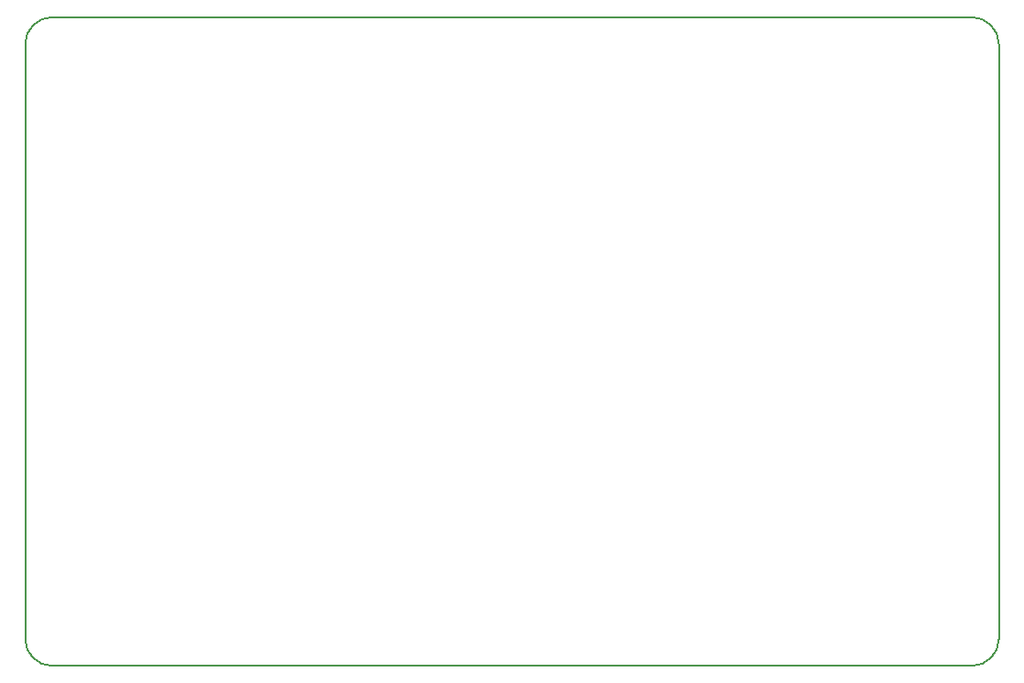
<source format=gm1>
%FSLAX44Y44*%
%MOMM*%
G71*
G01*
G75*
G04 Layer_Color=16711935*
%ADD10C,1.0000*%
G04:AMPARAMS|DCode=11|XSize=0.9mm|YSize=0.6mm|CornerRadius=0.15mm|HoleSize=0mm|Usage=FLASHONLY|Rotation=90.000|XOffset=0mm|YOffset=0mm|HoleType=Round|Shape=RoundedRectangle|*
%AMROUNDEDRECTD11*
21,1,0.9000,0.3000,0,0,90.0*
21,1,0.6000,0.6000,0,0,90.0*
1,1,0.3000,0.1500,0.3000*
1,1,0.3000,0.1500,-0.3000*
1,1,0.3000,-0.1500,-0.3000*
1,1,0.3000,-0.1500,0.3000*
%
%ADD11ROUNDEDRECTD11*%
G04:AMPARAMS|DCode=12|XSize=1.4mm|YSize=0.9mm|CornerRadius=0.225mm|HoleSize=0mm|Usage=FLASHONLY|Rotation=0.000|XOffset=0mm|YOffset=0mm|HoleType=Round|Shape=RoundedRectangle|*
%AMROUNDEDRECTD12*
21,1,1.4000,0.4500,0,0,0.0*
21,1,0.9500,0.9000,0,0,0.0*
1,1,0.4500,0.4750,-0.2250*
1,1,0.4500,-0.4750,-0.2250*
1,1,0.4500,-0.4750,0.2250*
1,1,0.4500,0.4750,0.2250*
%
%ADD12ROUNDEDRECTD12*%
%ADD13R,1.5700X1.8800*%
%ADD14O,1.6500X0.3000*%
%ADD15R,1.6500X0.3000*%
%ADD16R,0.5000X0.5000*%
%ADD17O,0.8000X0.2500*%
%ADD18O,0.2500X0.8000*%
%ADD19R,0.2500X0.8000*%
G04:AMPARAMS|DCode=20|XSize=0.9mm|YSize=0.6mm|CornerRadius=0.15mm|HoleSize=0mm|Usage=FLASHONLY|Rotation=0.000|XOffset=0mm|YOffset=0mm|HoleType=Round|Shape=RoundedRectangle|*
%AMROUNDEDRECTD20*
21,1,0.9000,0.3000,0,0,0.0*
21,1,0.6000,0.6000,0,0,0.0*
1,1,0.3000,0.3000,-0.1500*
1,1,0.3000,-0.3000,-0.1500*
1,1,0.3000,-0.3000,0.1500*
1,1,0.3000,0.3000,0.1500*
%
%ADD20ROUNDEDRECTD20*%
G04:AMPARAMS|DCode=21|XSize=1.4mm|YSize=0.9mm|CornerRadius=0.225mm|HoleSize=0mm|Usage=FLASHONLY|Rotation=90.000|XOffset=0mm|YOffset=0mm|HoleType=Round|Shape=RoundedRectangle|*
%AMROUNDEDRECTD21*
21,1,1.4000,0.4500,0,0,90.0*
21,1,0.9500,0.9000,0,0,90.0*
1,1,0.4500,0.2250,0.4750*
1,1,0.4500,0.2250,-0.4750*
1,1,0.4500,-0.2250,-0.4750*
1,1,0.4500,-0.2250,0.4750*
%
%ADD21ROUNDEDRECTD21*%
G04:AMPARAMS|DCode=22|XSize=0.6mm|YSize=0.45mm|CornerRadius=0.1125mm|HoleSize=0mm|Usage=FLASHONLY|Rotation=270.000|XOffset=0mm|YOffset=0mm|HoleType=Round|Shape=RoundedRectangle|*
%AMROUNDEDRECTD22*
21,1,0.6000,0.2250,0,0,270.0*
21,1,0.3750,0.4500,0,0,270.0*
1,1,0.2250,-0.1125,-0.1875*
1,1,0.2250,-0.1125,0.1875*
1,1,0.2250,0.1125,0.1875*
1,1,0.2250,0.1125,-0.1875*
%
%ADD22ROUNDEDRECTD22*%
G04:AMPARAMS|DCode=23|XSize=0.6mm|YSize=0.45mm|CornerRadius=0.1125mm|HoleSize=0mm|Usage=FLASHONLY|Rotation=180.000|XOffset=0mm|YOffset=0mm|HoleType=Round|Shape=RoundedRectangle|*
%AMROUNDEDRECTD23*
21,1,0.6000,0.2250,0,0,180.0*
21,1,0.3750,0.4500,0,0,180.0*
1,1,0.2250,-0.1875,0.1125*
1,1,0.2250,0.1875,0.1125*
1,1,0.2250,0.1875,-0.1125*
1,1,0.2250,-0.1875,-0.1125*
%
%ADD23ROUNDEDRECTD23*%
G04:AMPARAMS|DCode=24|XSize=2.7mm|YSize=1.6mm|CornerRadius=0.4mm|HoleSize=0mm|Usage=FLASHONLY|Rotation=180.000|XOffset=0mm|YOffset=0mm|HoleType=Round|Shape=RoundedRectangle|*
%AMROUNDEDRECTD24*
21,1,2.7000,0.8000,0,0,180.0*
21,1,1.9000,1.6000,0,0,180.0*
1,1,0.8000,-0.9500,0.4000*
1,1,0.8000,0.9500,0.4000*
1,1,0.8000,0.9500,-0.4000*
1,1,0.8000,-0.9500,-0.4000*
%
%ADD24ROUNDEDRECTD24*%
G04:AMPARAMS|DCode=25|XSize=1.4mm|YSize=1.2mm|CornerRadius=0.18mm|HoleSize=0mm|Usage=FLASHONLY|Rotation=90.000|XOffset=0mm|YOffset=0mm|HoleType=Round|Shape=RoundedRectangle|*
%AMROUNDEDRECTD25*
21,1,1.4000,0.8400,0,0,90.0*
21,1,1.0400,1.2000,0,0,90.0*
1,1,0.3600,0.4200,0.5200*
1,1,0.3600,0.4200,-0.5200*
1,1,0.3600,-0.4200,-0.5200*
1,1,0.3600,-0.4200,0.5200*
%
%ADD25ROUNDEDRECTD25*%
G04:AMPARAMS|DCode=26|XSize=0.9mm|YSize=0.7mm|CornerRadius=0.175mm|HoleSize=0mm|Usage=FLASHONLY|Rotation=180.000|XOffset=0mm|YOffset=0mm|HoleType=Round|Shape=RoundedRectangle|*
%AMROUNDEDRECTD26*
21,1,0.9000,0.3500,0,0,180.0*
21,1,0.5500,0.7000,0,0,180.0*
1,1,0.3500,-0.2750,0.1750*
1,1,0.3500,0.2750,0.1750*
1,1,0.3500,0.2750,-0.1750*
1,1,0.3500,-0.2750,-0.1750*
%
%ADD26ROUNDEDRECTD26*%
G04:AMPARAMS|DCode=27|XSize=0.9mm|YSize=0.7mm|CornerRadius=0.175mm|HoleSize=0mm|Usage=FLASHONLY|Rotation=90.000|XOffset=0mm|YOffset=0mm|HoleType=Round|Shape=RoundedRectangle|*
%AMROUNDEDRECTD27*
21,1,0.9000,0.3500,0,0,90.0*
21,1,0.5500,0.7000,0,0,90.0*
1,1,0.3500,0.1750,0.2750*
1,1,0.3500,0.1750,-0.2750*
1,1,0.3500,-0.1750,-0.2750*
1,1,0.3500,-0.1750,0.2750*
%
%ADD27ROUNDEDRECTD27*%
G04:AMPARAMS|DCode=28|XSize=0.5mm|YSize=0.66mm|CornerRadius=0.125mm|HoleSize=0mm|Usage=FLASHONLY|Rotation=270.000|XOffset=0mm|YOffset=0mm|HoleType=Round|Shape=RoundedRectangle|*
%AMROUNDEDRECTD28*
21,1,0.5000,0.4100,0,0,270.0*
21,1,0.2500,0.6600,0,0,270.0*
1,1,0.2500,-0.2050,-0.1250*
1,1,0.2500,-0.2050,0.1250*
1,1,0.2500,0.2050,0.1250*
1,1,0.2500,0.2050,-0.1250*
%
%ADD28ROUNDEDRECTD28*%
%ADD29R,1.4000X1.4000*%
%ADD30R,1.2000X1.4000*%
G04:AMPARAMS|DCode=31|XSize=2.65mm|YSize=7.3mm|CornerRadius=0.6625mm|HoleSize=0mm|Usage=FLASHONLY|Rotation=0.000|XOffset=0mm|YOffset=0mm|HoleType=Round|Shape=RoundedRectangle|*
%AMROUNDEDRECTD31*
21,1,2.6500,5.9750,0,0,0.0*
21,1,1.3250,7.3000,0,0,0.0*
1,1,1.3250,0.6625,-2.9875*
1,1,1.3250,-0.6625,-2.9875*
1,1,1.3250,-0.6625,2.9875*
1,1,1.3250,0.6625,2.9875*
%
%ADD31ROUNDEDRECTD31*%
G04:AMPARAMS|DCode=32|XSize=2.7mm|YSize=1.6mm|CornerRadius=0.4mm|HoleSize=0mm|Usage=FLASHONLY|Rotation=270.000|XOffset=0mm|YOffset=0mm|HoleType=Round|Shape=RoundedRectangle|*
%AMROUNDEDRECTD32*
21,1,2.7000,0.8000,0,0,270.0*
21,1,1.9000,1.6000,0,0,270.0*
1,1,0.8000,-0.4000,-0.9500*
1,1,0.8000,-0.4000,0.9500*
1,1,0.8000,0.4000,0.9500*
1,1,0.8000,0.4000,-0.9500*
%
%ADD32ROUNDEDRECTD32*%
%ADD33R,1.9000X2.4000*%
G04:AMPARAMS|DCode=34|XSize=0.5mm|YSize=0.66mm|CornerRadius=0.125mm|HoleSize=0mm|Usage=FLASHONLY|Rotation=0.000|XOffset=0mm|YOffset=0mm|HoleType=Round|Shape=RoundedRectangle|*
%AMROUNDEDRECTD34*
21,1,0.5000,0.4100,0,0,0.0*
21,1,0.2500,0.6600,0,0,0.0*
1,1,0.2500,0.1250,-0.2050*
1,1,0.2500,-0.1250,-0.2050*
1,1,0.2500,-0.1250,0.2050*
1,1,0.2500,0.1250,0.2050*
%
%ADD34ROUNDEDRECTD34*%
%ADD35R,1.0160X1.0160*%
%ADD36R,2.0000X3.5000*%
%ADD37R,0.5000X2.2500*%
%ADD38R,2.0000X4.0000*%
%ADD39O,0.5000X2.4000*%
G04:AMPARAMS|DCode=40|XSize=0.5mm|YSize=2.4mm|CornerRadius=0.125mm|HoleSize=0mm|Usage=FLASHONLY|Rotation=0.000|XOffset=0mm|YOffset=0mm|HoleType=Round|Shape=RoundedRectangle|*
%AMROUNDEDRECTD40*
21,1,0.5000,2.1500,0,0,0.0*
21,1,0.2500,2.4000,0,0,0.0*
1,1,0.2500,0.1250,-1.0750*
1,1,0.2500,-0.1250,-1.0750*
1,1,0.2500,-0.1250,1.0750*
1,1,0.2500,0.1250,1.0750*
%
%ADD40ROUNDEDRECTD40*%
%ADD41O,2.7500X1.0000*%
%ADD42O,2.2000X0.6000*%
%ADD43R,2.2000X0.6000*%
%ADD44R,0.3048X0.3048*%
G04:AMPARAMS|DCode=45|XSize=0.3048mm|YSize=0.3048mm|CornerRadius=0.0762mm|HoleSize=0mm|Usage=FLASHONLY|Rotation=270.000|XOffset=0mm|YOffset=0mm|HoleType=Round|Shape=RoundedRectangle|*
%AMROUNDEDRECTD45*
21,1,0.3048,0.1524,0,0,270.0*
21,1,0.1524,0.3048,0,0,270.0*
1,1,0.1524,-0.0762,-0.0762*
1,1,0.1524,-0.0762,0.0762*
1,1,0.1524,0.0762,0.0762*
1,1,0.1524,0.0762,-0.0762*
%
%ADD45ROUNDEDRECTD45*%
%ADD46R,0.3500X0.8000*%
%ADD47O,0.3500X0.8000*%
%ADD48R,1.7500X1.5000*%
%ADD49O,0.3000X1.6500*%
%ADD50R,0.3000X1.6500*%
%ADD51R,1.8500X0.3500*%
%ADD52O,1.8500X0.3500*%
%ADD53O,0.2500X0.7000*%
%ADD54R,0.7000X0.2500*%
%ADD55O,0.7000X0.2500*%
%ADD56R,0.2500X0.7000*%
%ADD57R,0.3500X1.5000*%
%ADD58O,0.3500X1.5600*%
%ADD59O,0.3500X1.5000*%
%ADD60O,0.6000X2.2000*%
%ADD61R,0.6000X2.2000*%
%ADD62O,0.2800X0.8500*%
%ADD63R,3.3000X3.3000*%
%ADD64O,0.8500X0.2800*%
%ADD65R,0.2800X0.8500*%
%ADD66R,2.5000X2.5000*%
%ADD67R,0.5000X0.5000*%
%ADD68O,1.6000X0.3500*%
%ADD69R,1.6000X0.3500*%
%ADD70C,0.4000*%
%ADD71C,0.4500*%
%ADD72C,0.1500*%
%ADD73C,0.3000*%
%ADD74C,0.1000*%
%ADD75C,0.8000*%
%ADD76C,0.2000*%
%ADD77C,0.4000*%
%ADD78C,0.2500*%
%ADD79C,0.6000*%
%ADD80C,0.5000*%
%ADD81C,0.2540*%
%ADD82C,0.1999*%
%ADD83C,1.5240*%
%ADD84C,1.4000*%
%ADD85O,3.0200X1.6200*%
%ADD86C,0.8000*%
%ADD87C,1.2000*%
%ADD88C,2.5000*%
%ADD89C,3.2500*%
%ADD90C,1.5000*%
%ADD91C,0.3500*%
%ADD92C,0.6000*%
%ADD93C,4.4000*%
%ADD94C,1.0160*%
%ADD95C,1.8000*%
%ADD96C,2.6000*%
%ADD97O,3.1000X1.7000*%
%ADD98C,1.3000*%
%ADD99C,1.7000*%
%ADD100C,3.7500*%
%ADD101C,0.6500*%
%ADD102C,0.8000*%
%ADD103C,0.0800*%
%ADD104C,0.0870*%
%ADD105C,0.0750*%
%ADD106C,0.4500*%
%ADD107C,2.2000*%
%ADD108O,2.8000X1.4000*%
%ADD109O,0.5000X3.3000*%
%ADD110R,0.5000X3.3000*%
%ADD111R,1.4000X0.9000*%
G04:AMPARAMS|DCode=112|XSize=1.3mm|YSize=2.2mm|CornerRadius=0.325mm|HoleSize=0mm|Usage=FLASHONLY|Rotation=180.000|XOffset=0mm|YOffset=0mm|HoleType=Round|Shape=RoundedRectangle|*
%AMROUNDEDRECTD112*
21,1,1.3000,1.5500,0,0,180.0*
21,1,0.6500,2.2000,0,0,180.0*
1,1,0.6500,-0.3250,0.7750*
1,1,0.6500,0.3250,0.7750*
1,1,0.6500,0.3250,-0.7750*
1,1,0.6500,-0.3250,-0.7750*
%
%ADD112ROUNDEDRECTD112*%
%ADD113R,0.9000X1.4000*%
%ADD114O,3.3000X0.5000*%
%ADD115R,3.3000X0.5000*%
G04:AMPARAMS|DCode=116|XSize=1.8mm|YSize=1.2mm|CornerRadius=0.3mm|HoleSize=0mm|Usage=FLASHONLY|Rotation=0.000|XOffset=0mm|YOffset=0mm|HoleType=Round|Shape=RoundedRectangle|*
%AMROUNDEDRECTD116*
21,1,1.8000,0.6000,0,0,0.0*
21,1,1.2000,1.2000,0,0,0.0*
1,1,0.6000,0.6000,-0.3000*
1,1,0.6000,-0.6000,-0.3000*
1,1,0.6000,-0.6000,0.3000*
1,1,0.6000,0.6000,0.3000*
%
%ADD116ROUNDEDRECTD116*%
%ADD117C,0.3000*%
%ADD118C,0.5000*%
G04:AMPARAMS|DCode=119|XSize=0.5mm|YSize=1.54mm|CornerRadius=0.125mm|HoleSize=0mm|Usage=FLASHONLY|Rotation=180.000|XOffset=0mm|YOffset=0mm|HoleType=Round|Shape=RoundedRectangle|*
%AMROUNDEDRECTD119*
21,1,0.5000,1.2900,0,0,180.0*
21,1,0.2500,1.5400,0,0,180.0*
1,1,0.2500,-0.1250,0.6450*
1,1,0.2500,0.1250,0.6450*
1,1,0.2500,0.1250,-0.6450*
1,1,0.2500,-0.1250,-0.6450*
%
%ADD119ROUNDEDRECTD119*%
G04:AMPARAMS|DCode=120|XSize=1.22mm|YSize=1.82mm|CornerRadius=0.305mm|HoleSize=0mm|Usage=FLASHONLY|Rotation=180.000|XOffset=0mm|YOffset=0mm|HoleType=Round|Shape=RoundedRectangle|*
%AMROUNDEDRECTD120*
21,1,1.2200,1.2100,0,0,180.0*
21,1,0.6100,1.8200,0,0,180.0*
1,1,0.6100,-0.3050,0.6050*
1,1,0.6100,0.3050,0.6050*
1,1,0.6100,0.3050,-0.6050*
1,1,0.6100,-0.3050,-0.6050*
%
%ADD120ROUNDEDRECTD120*%
G04:AMPARAMS|DCode=121|XSize=1.22mm|YSize=1.82mm|CornerRadius=0.305mm|HoleSize=0mm|Usage=FLASHONLY|Rotation=90.000|XOffset=0mm|YOffset=0mm|HoleType=Round|Shape=RoundedRectangle|*
%AMROUNDEDRECTD121*
21,1,1.2200,1.2100,0,0,90.0*
21,1,0.6100,1.8200,0,0,90.0*
1,1,0.6100,0.6050,0.3050*
1,1,0.6100,0.6050,-0.3050*
1,1,0.6100,-0.6050,-0.3050*
1,1,0.6100,-0.6050,0.3050*
%
%ADD121ROUNDEDRECTD121*%
%ADD122R,0.8000X0.3500*%
%ADD123O,0.8000X0.3500*%
%ADD124R,1.5000X1.7500*%
%ADD125R,0.4000X0.4000*%
G04:AMPARAMS|DCode=126|XSize=2mm|YSize=2.8mm|CornerRadius=0.5mm|HoleSize=0mm|Usage=FLASHONLY|Rotation=270.000|XOffset=0mm|YOffset=0mm|HoleType=Round|Shape=RoundedRectangle|*
%AMROUNDEDRECTD126*
21,1,2.0000,1.8000,0,0,270.0*
21,1,1.0000,2.8000,0,0,270.0*
1,1,1.0000,-0.9000,-0.5000*
1,1,1.0000,-0.9000,0.5000*
1,1,1.0000,0.9000,0.5000*
1,1,1.0000,0.9000,-0.5000*
%
%ADD126ROUNDEDRECTD126*%
%ADD127O,0.3000X1.2000*%
%ADD128O,1.2000X0.3000*%
%ADD129R,1.2000X0.3000*%
%ADD130C,0.1250*%
%ADD131C,0.2032*%
%ADD132C,0.1524*%
%ADD133C,0.1519*%
%ADD134R,1.3000X1.3000*%
%ADD135R,0.9000X0.9000*%
%ADD136C,1.5000*%
G04:AMPARAMS|DCode=137|XSize=1.02mm|YSize=0.72mm|CornerRadius=0.21mm|HoleSize=0mm|Usage=FLASHONLY|Rotation=90.000|XOffset=0mm|YOffset=0mm|HoleType=Round|Shape=RoundedRectangle|*
%AMROUNDEDRECTD137*
21,1,1.0200,0.3000,0,0,90.0*
21,1,0.6000,0.7200,0,0,90.0*
1,1,0.4200,0.1500,0.3000*
1,1,0.4200,0.1500,-0.3000*
1,1,0.4200,-0.1500,-0.3000*
1,1,0.4200,-0.1500,0.3000*
%
%ADD137ROUNDEDRECTD137*%
G04:AMPARAMS|DCode=138|XSize=1.54mm|YSize=1.04mm|CornerRadius=0.295mm|HoleSize=0mm|Usage=FLASHONLY|Rotation=0.000|XOffset=0mm|YOffset=0mm|HoleType=Round|Shape=RoundedRectangle|*
%AMROUNDEDRECTD138*
21,1,1.5400,0.4500,0,0,0.0*
21,1,0.9500,1.0400,0,0,0.0*
1,1,0.5900,0.4750,-0.2250*
1,1,0.5900,-0.4750,-0.2250*
1,1,0.5900,-0.4750,0.2250*
1,1,0.5900,0.4750,0.2250*
%
%ADD138ROUNDEDRECTD138*%
%ADD139R,1.6700X1.9800*%
%ADD140O,1.7500X0.4000*%
%ADD141R,1.7500X0.4000*%
%ADD142R,0.6000X0.6000*%
%ADD143O,0.9200X0.3700*%
%ADD144O,0.3700X0.9200*%
%ADD145R,0.3700X0.9200*%
G04:AMPARAMS|DCode=146|XSize=1.02mm|YSize=0.72mm|CornerRadius=0.21mm|HoleSize=0mm|Usage=FLASHONLY|Rotation=0.000|XOffset=0mm|YOffset=0mm|HoleType=Round|Shape=RoundedRectangle|*
%AMROUNDEDRECTD146*
21,1,1.0200,0.3000,0,0,0.0*
21,1,0.6000,0.7200,0,0,0.0*
1,1,0.4200,0.3000,-0.1500*
1,1,0.4200,-0.3000,-0.1500*
1,1,0.4200,-0.3000,0.1500*
1,1,0.4200,0.3000,0.1500*
%
%ADD146ROUNDEDRECTD146*%
G04:AMPARAMS|DCode=147|XSize=1.54mm|YSize=1.04mm|CornerRadius=0.295mm|HoleSize=0mm|Usage=FLASHONLY|Rotation=90.000|XOffset=0mm|YOffset=0mm|HoleType=Round|Shape=RoundedRectangle|*
%AMROUNDEDRECTD147*
21,1,1.5400,0.4500,0,0,90.0*
21,1,0.9500,1.0400,0,0,90.0*
1,1,0.5900,0.2250,0.4750*
1,1,0.5900,0.2250,-0.4750*
1,1,0.5900,-0.2250,-0.4750*
1,1,0.5900,-0.2250,0.4750*
%
%ADD147ROUNDEDRECTD147*%
G04:AMPARAMS|DCode=148|XSize=0.7mm|YSize=0.55mm|CornerRadius=0.1625mm|HoleSize=0mm|Usage=FLASHONLY|Rotation=270.000|XOffset=0mm|YOffset=0mm|HoleType=Round|Shape=RoundedRectangle|*
%AMROUNDEDRECTD148*
21,1,0.7000,0.2250,0,0,270.0*
21,1,0.3750,0.5500,0,0,270.0*
1,1,0.3250,-0.1125,-0.1875*
1,1,0.3250,-0.1125,0.1875*
1,1,0.3250,0.1125,0.1875*
1,1,0.3250,0.1125,-0.1875*
%
%ADD148ROUNDEDRECTD148*%
G04:AMPARAMS|DCode=149|XSize=0.7mm|YSize=0.55mm|CornerRadius=0.1625mm|HoleSize=0mm|Usage=FLASHONLY|Rotation=180.000|XOffset=0mm|YOffset=0mm|HoleType=Round|Shape=RoundedRectangle|*
%AMROUNDEDRECTD149*
21,1,0.7000,0.2250,0,0,180.0*
21,1,0.3750,0.5500,0,0,180.0*
1,1,0.3250,-0.1875,0.1125*
1,1,0.3250,0.1875,0.1125*
1,1,0.3250,0.1875,-0.1125*
1,1,0.3250,-0.1875,-0.1125*
%
%ADD149ROUNDEDRECTD149*%
G04:AMPARAMS|DCode=150|XSize=2.8mm|YSize=1.7mm|CornerRadius=0.45mm|HoleSize=0mm|Usage=FLASHONLY|Rotation=180.000|XOffset=0mm|YOffset=0mm|HoleType=Round|Shape=RoundedRectangle|*
%AMROUNDEDRECTD150*
21,1,2.8000,0.8000,0,0,180.0*
21,1,1.9000,1.7000,0,0,180.0*
1,1,0.9000,-0.9500,0.4000*
1,1,0.9000,0.9500,0.4000*
1,1,0.9000,0.9500,-0.4000*
1,1,0.9000,-0.9500,-0.4000*
%
%ADD150ROUNDEDRECTD150*%
G04:AMPARAMS|DCode=151|XSize=1.5mm|YSize=1.3mm|CornerRadius=0.23mm|HoleSize=0mm|Usage=FLASHONLY|Rotation=90.000|XOffset=0mm|YOffset=0mm|HoleType=Round|Shape=RoundedRectangle|*
%AMROUNDEDRECTD151*
21,1,1.5000,0.8400,0,0,90.0*
21,1,1.0400,1.3000,0,0,90.0*
1,1,0.4600,0.4200,0.5200*
1,1,0.4600,0.4200,-0.5200*
1,1,0.4600,-0.4200,-0.5200*
1,1,0.4600,-0.4200,0.5200*
%
%ADD151ROUNDEDRECTD151*%
G04:AMPARAMS|DCode=152|XSize=1mm|YSize=0.8mm|CornerRadius=0.225mm|HoleSize=0mm|Usage=FLASHONLY|Rotation=180.000|XOffset=0mm|YOffset=0mm|HoleType=Round|Shape=RoundedRectangle|*
%AMROUNDEDRECTD152*
21,1,1.0000,0.3500,0,0,180.0*
21,1,0.5500,0.8000,0,0,180.0*
1,1,0.4500,-0.2750,0.1750*
1,1,0.4500,0.2750,0.1750*
1,1,0.4500,0.2750,-0.1750*
1,1,0.4500,-0.2750,-0.1750*
%
%ADD152ROUNDEDRECTD152*%
G04:AMPARAMS|DCode=153|XSize=1mm|YSize=0.8mm|CornerRadius=0.225mm|HoleSize=0mm|Usage=FLASHONLY|Rotation=90.000|XOffset=0mm|YOffset=0mm|HoleType=Round|Shape=RoundedRectangle|*
%AMROUNDEDRECTD153*
21,1,1.0000,0.3500,0,0,90.0*
21,1,0.5500,0.8000,0,0,90.0*
1,1,0.4500,0.1750,0.2750*
1,1,0.4500,0.1750,-0.2750*
1,1,0.4500,-0.1750,-0.2750*
1,1,0.4500,-0.1750,0.2750*
%
%ADD153ROUNDEDRECTD153*%
G04:AMPARAMS|DCode=154|XSize=0.6mm|YSize=0.76mm|CornerRadius=0.175mm|HoleSize=0mm|Usage=FLASHONLY|Rotation=270.000|XOffset=0mm|YOffset=0mm|HoleType=Round|Shape=RoundedRectangle|*
%AMROUNDEDRECTD154*
21,1,0.6000,0.4100,0,0,270.0*
21,1,0.2500,0.7600,0,0,270.0*
1,1,0.3500,-0.2050,-0.1250*
1,1,0.3500,-0.2050,0.1250*
1,1,0.3500,0.2050,0.1250*
1,1,0.3500,0.2050,-0.1250*
%
%ADD154ROUNDEDRECTD154*%
%ADD155R,1.5000X1.5000*%
%ADD156R,1.3000X1.5000*%
G04:AMPARAMS|DCode=157|XSize=2.75mm|YSize=7.4mm|CornerRadius=0.7125mm|HoleSize=0mm|Usage=FLASHONLY|Rotation=0.000|XOffset=0mm|YOffset=0mm|HoleType=Round|Shape=RoundedRectangle|*
%AMROUNDEDRECTD157*
21,1,2.7500,5.9750,0,0,0.0*
21,1,1.3250,7.4000,0,0,0.0*
1,1,1.4250,0.6625,-2.9875*
1,1,1.4250,-0.6625,-2.9875*
1,1,1.4250,-0.6625,2.9875*
1,1,1.4250,0.6625,2.9875*
%
%ADD157ROUNDEDRECTD157*%
G04:AMPARAMS|DCode=158|XSize=2.8mm|YSize=1.7mm|CornerRadius=0.45mm|HoleSize=0mm|Usage=FLASHONLY|Rotation=270.000|XOffset=0mm|YOffset=0mm|HoleType=Round|Shape=RoundedRectangle|*
%AMROUNDEDRECTD158*
21,1,2.8000,0.8000,0,0,270.0*
21,1,1.9000,1.7000,0,0,270.0*
1,1,0.9000,-0.4000,-0.9500*
1,1,0.9000,-0.4000,0.9500*
1,1,0.9000,0.4000,0.9500*
1,1,0.9000,0.4000,-0.9500*
%
%ADD158ROUNDEDRECTD158*%
%ADD159R,2.0000X2.5000*%
G04:AMPARAMS|DCode=160|XSize=0.6mm|YSize=0.76mm|CornerRadius=0.175mm|HoleSize=0mm|Usage=FLASHONLY|Rotation=0.000|XOffset=0mm|YOffset=0mm|HoleType=Round|Shape=RoundedRectangle|*
%AMROUNDEDRECTD160*
21,1,0.6000,0.4100,0,0,0.0*
21,1,0.2500,0.7600,0,0,0.0*
1,1,0.3500,0.1250,-0.2050*
1,1,0.3500,-0.1250,-0.2050*
1,1,0.3500,-0.1250,0.2050*
1,1,0.3500,0.1250,0.2050*
%
%ADD160ROUNDEDRECTD160*%
%ADD161R,1.1160X1.1160*%
%ADD162R,2.1000X3.6000*%
%ADD163R,0.6000X2.3500*%
%ADD164R,2.1000X4.1000*%
%ADD165O,0.6200X2.5200*%
G04:AMPARAMS|DCode=166|XSize=0.62mm|YSize=2.52mm|CornerRadius=0.185mm|HoleSize=0mm|Usage=FLASHONLY|Rotation=0.000|XOffset=0mm|YOffset=0mm|HoleType=Round|Shape=RoundedRectangle|*
%AMROUNDEDRECTD166*
21,1,0.6200,2.1500,0,0,0.0*
21,1,0.2500,2.5200,0,0,0.0*
1,1,0.3700,0.1250,-1.0750*
1,1,0.3700,-0.1250,-1.0750*
1,1,0.3700,-0.1250,1.0750*
1,1,0.3700,0.1250,1.0750*
%
%ADD166ROUNDEDRECTD166*%
%ADD167O,2.8500X1.1000*%
%ADD168O,2.3000X0.7000*%
%ADD169R,2.3000X0.7000*%
%ADD170R,0.4048X0.4048*%
G04:AMPARAMS|DCode=171|XSize=0.4048mm|YSize=0.4048mm|CornerRadius=0.1262mm|HoleSize=0mm|Usage=FLASHONLY|Rotation=270.000|XOffset=0mm|YOffset=0mm|HoleType=Round|Shape=RoundedRectangle|*
%AMROUNDEDRECTD171*
21,1,0.4048,0.1524,0,0,270.0*
21,1,0.1524,0.4048,0,0,270.0*
1,1,0.2524,-0.0762,-0.0762*
1,1,0.2524,-0.0762,0.0762*
1,1,0.2524,0.0762,0.0762*
1,1,0.2524,0.0762,-0.0762*
%
%ADD171ROUNDEDRECTD171*%
%ADD172R,0.4500X0.9000*%
%ADD173O,0.4500X0.9000*%
%ADD174R,1.8500X1.6000*%
%ADD175O,0.4000X1.7500*%
%ADD176R,0.4000X1.7500*%
%ADD177R,1.9500X0.4500*%
%ADD178O,1.9500X0.4500*%
%ADD179R,0.4500X1.6000*%
%ADD180O,0.4500X1.6600*%
%ADD181O,0.4500X1.6000*%
%ADD182O,0.7000X2.3000*%
%ADD183R,0.7000X2.3000*%
%ADD184O,0.3800X0.9500*%
%ADD185R,3.4000X3.4000*%
%ADD186O,0.9500X0.3800*%
%ADD187R,0.3800X0.9500*%
%ADD188R,2.6200X2.6200*%
%ADD189R,0.6000X0.6000*%
%ADD190O,1.7000X0.4500*%
%ADD191R,1.7000X0.4500*%
%ADD192C,0.5200*%
%ADD193C,0.5500*%
%ADD194C,1.6240*%
%ADD195C,0.1000*%
%ADD196O,3.1200X1.7200*%
%ADD197C,0.9000*%
%ADD198C,3.3500*%
%ADD199C,1.6000*%
%ADD200C,4.5000*%
%ADD201O,0.6200X3.4200*%
%ADD202R,0.6200X3.4200*%
%ADD203R,1.5200X1.0200*%
G04:AMPARAMS|DCode=204|XSize=1.4mm|YSize=2.3mm|CornerRadius=0.375mm|HoleSize=0mm|Usage=FLASHONLY|Rotation=180.000|XOffset=0mm|YOffset=0mm|HoleType=Round|Shape=RoundedRectangle|*
%AMROUNDEDRECTD204*
21,1,1.4000,1.5500,0,0,180.0*
21,1,0.6500,2.3000,0,0,180.0*
1,1,0.7500,-0.3250,0.7750*
1,1,0.7500,0.3250,0.7750*
1,1,0.7500,0.3250,-0.7750*
1,1,0.7500,-0.3250,-0.7750*
%
%ADD204ROUNDEDRECTD204*%
%ADD205R,1.0200X1.5200*%
%ADD206O,3.4200X0.6200*%
%ADD207R,3.4200X0.6200*%
G04:AMPARAMS|DCode=208|XSize=1.9mm|YSize=1.3mm|CornerRadius=0.35mm|HoleSize=0mm|Usage=FLASHONLY|Rotation=0.000|XOffset=0mm|YOffset=0mm|HoleType=Round|Shape=RoundedRectangle|*
%AMROUNDEDRECTD208*
21,1,1.9000,0.6000,0,0,0.0*
21,1,1.2000,1.3000,0,0,0.0*
1,1,0.7000,0.6000,-0.3000*
1,1,0.7000,-0.6000,-0.3000*
1,1,0.7000,-0.6000,0.3000*
1,1,0.7000,0.6000,0.3000*
%
%ADD208ROUNDEDRECTD208*%
G04:AMPARAMS|DCode=209|XSize=0.6mm|YSize=1.64mm|CornerRadius=0.175mm|HoleSize=0mm|Usage=FLASHONLY|Rotation=180.000|XOffset=0mm|YOffset=0mm|HoleType=Round|Shape=RoundedRectangle|*
%AMROUNDEDRECTD209*
21,1,0.6000,1.2900,0,0,180.0*
21,1,0.2500,1.6400,0,0,180.0*
1,1,0.3500,-0.1250,0.6450*
1,1,0.3500,0.1250,0.6450*
1,1,0.3500,0.1250,-0.6450*
1,1,0.3500,-0.1250,-0.6450*
%
%ADD209ROUNDEDRECTD209*%
G04:AMPARAMS|DCode=210|XSize=1.32mm|YSize=1.92mm|CornerRadius=0.355mm|HoleSize=0mm|Usage=FLASHONLY|Rotation=180.000|XOffset=0mm|YOffset=0mm|HoleType=Round|Shape=RoundedRectangle|*
%AMROUNDEDRECTD210*
21,1,1.3200,1.2100,0,0,180.0*
21,1,0.6100,1.9200,0,0,180.0*
1,1,0.7100,-0.3050,0.6050*
1,1,0.7100,0.3050,0.6050*
1,1,0.7100,0.3050,-0.6050*
1,1,0.7100,-0.3050,-0.6050*
%
%ADD210ROUNDEDRECTD210*%
G04:AMPARAMS|DCode=211|XSize=1.32mm|YSize=1.92mm|CornerRadius=0.355mm|HoleSize=0mm|Usage=FLASHONLY|Rotation=90.000|XOffset=0mm|YOffset=0mm|HoleType=Round|Shape=RoundedRectangle|*
%AMROUNDEDRECTD211*
21,1,1.3200,1.2100,0,0,90.0*
21,1,0.6100,1.9200,0,0,90.0*
1,1,0.7100,0.6050,0.3050*
1,1,0.7100,0.6050,-0.3050*
1,1,0.7100,-0.6050,-0.3050*
1,1,0.7100,-0.6050,0.3050*
%
%ADD211ROUNDEDRECTD211*%
%ADD212R,0.9000X0.4500*%
%ADD213O,0.9000X0.4500*%
%ADD214R,1.6000X1.8500*%
G04:AMPARAMS|DCode=215|XSize=2.1mm|YSize=2.9mm|CornerRadius=0.55mm|HoleSize=0mm|Usage=FLASHONLY|Rotation=270.000|XOffset=0mm|YOffset=0mm|HoleType=Round|Shape=RoundedRectangle|*
%AMROUNDEDRECTD215*
21,1,2.1000,1.8000,0,0,270.0*
21,1,1.0000,2.9000,0,0,270.0*
1,1,1.1000,-0.9000,-0.5000*
1,1,1.1000,-0.9000,0.5000*
1,1,1.1000,0.9000,0.5000*
1,1,1.1000,0.9000,-0.5000*
%
%ADD215ROUNDEDRECTD215*%
%ADD216O,0.4000X1.3000*%
%ADD217O,1.3000X0.4000*%
%ADD218R,1.3000X0.4000*%
G04:AMPARAMS|DCode=219|XSize=0.7mm|YSize=1.74mm|CornerRadius=0.225mm|HoleSize=0mm|Usage=FLASHONLY|Rotation=180.000|XOffset=0mm|YOffset=0mm|HoleType=Round|Shape=RoundedRectangle|*
%AMROUNDEDRECTD219*
21,1,0.7000,1.2900,0,0,180.0*
21,1,0.2500,1.7400,0,0,180.0*
1,1,0.4500,-0.1250,0.6450*
1,1,0.4500,0.1250,0.6450*
1,1,0.4500,0.1250,-0.6450*
1,1,0.4500,-0.1250,-0.6450*
%
%ADD219ROUNDEDRECTD219*%
%ADD220C,0.1270*%
D72*
X25000Y600000D02*
G03*
X0Y575000I0J-25000D01*
G01*
Y25000D02*
G03*
X25000Y0I25000J0D01*
G01*
X875000D02*
G03*
X900000Y25000I0J25000D01*
G01*
Y575000D02*
G03*
X875000Y600000I-25000J0D01*
G01*
X25000Y600000D02*
X875000D01*
X25000Y0D02*
X875000D01*
X900000Y25000D02*
Y575000D01*
X0Y25000D02*
Y575000D01*
M02*

</source>
